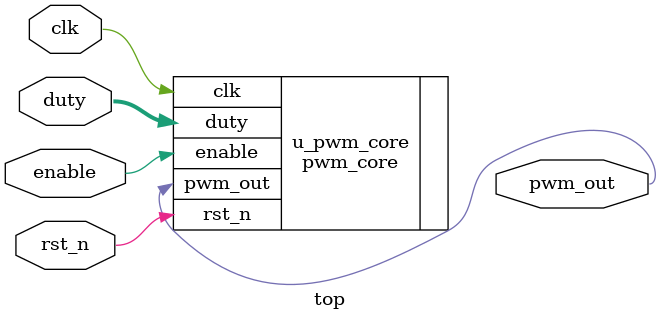
<source format=sv>

module top #(
  parameter int WIDTH = 8
) (
  input  logic                 clk,
  input  logic                 rst_n,
  input  logic                 enable,
  input  logic [WIDTH-1:0]     duty,
  output logic                 pwm_out
);

  // Instantiate the core PWM
  pwm_core #(
    .WIDTH (WIDTH)
  ) u_pwm_core (
    .clk    (clk),
    .rst_n  (rst_n),
    .enable (enable),
    .duty   (duty),
    .pwm_out(pwm_out)
  );

endmodule
</source>
